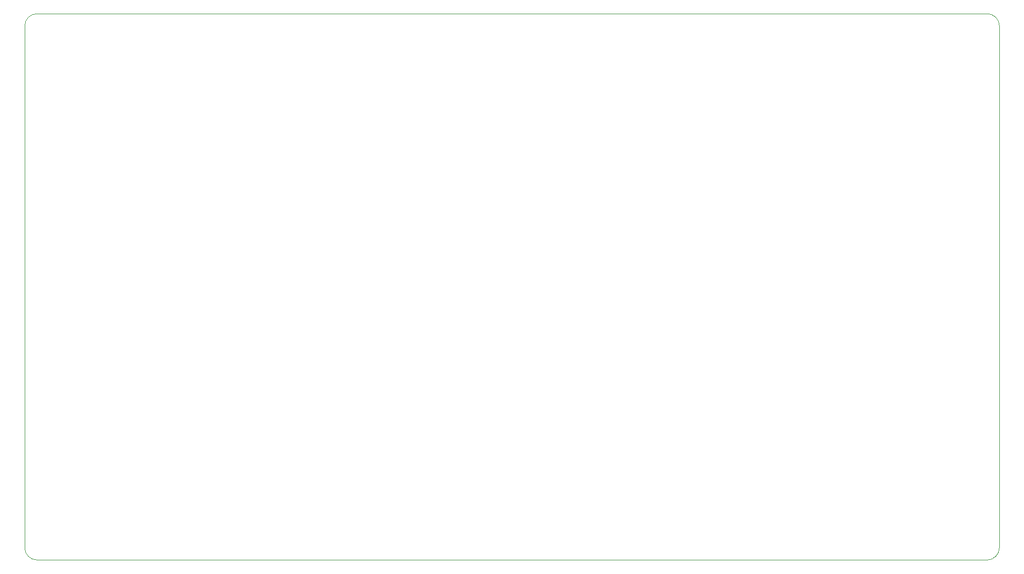
<source format=gbr>
%TF.GenerationSoftware,KiCad,Pcbnew,7.0.9*%
%TF.CreationDate,2024-11-07T18:52:40-06:00*%
%TF.ProjectId,RC17,52433137-2e6b-4696-9361-645f70636258,rev?*%
%TF.SameCoordinates,Original*%
%TF.FileFunction,Profile,NP*%
%FSLAX46Y46*%
G04 Gerber Fmt 4.6, Leading zero omitted, Abs format (unit mm)*
G04 Created by KiCad (PCBNEW 7.0.9) date 2024-11-07 18:52:40*
%MOMM*%
%LPD*%
G01*
G04 APERTURE LIST*
%TA.AperFunction,Profile*%
%ADD10C,0.100000*%
%TD*%
G04 APERTURE END LIST*
D10*
X20000000Y-106000000D02*
G75*
G03*
X22000000Y-108000000I2000000J0D01*
G01*
X22000000Y-20000000D02*
X175000000Y-20000000D01*
X20000000Y-106000000D02*
X20000000Y-22000000D01*
X177000000Y-22000000D02*
G75*
G03*
X175000000Y-20000000I-2000000J0D01*
G01*
X175000000Y-108000000D02*
G75*
G03*
X177000000Y-106000000I0J2000000D01*
G01*
X22000000Y-20000000D02*
G75*
G03*
X20000000Y-22000000I0J-2000000D01*
G01*
X175000000Y-108000000D02*
X22000000Y-108000000D01*
X177000000Y-106000000D02*
X177000000Y-22000000D01*
M02*

</source>
